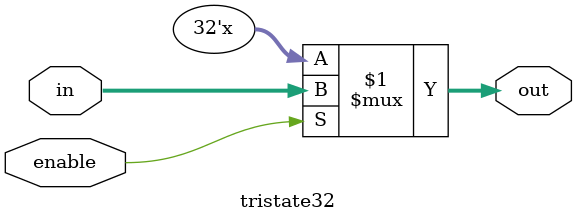
<source format=v>
module tristate32(out, enable, in);
    input [31:0] in;
    input enable;
    output [31:0] out;

    assign out = enable ? in : 32'bz;
endmodule
</source>
